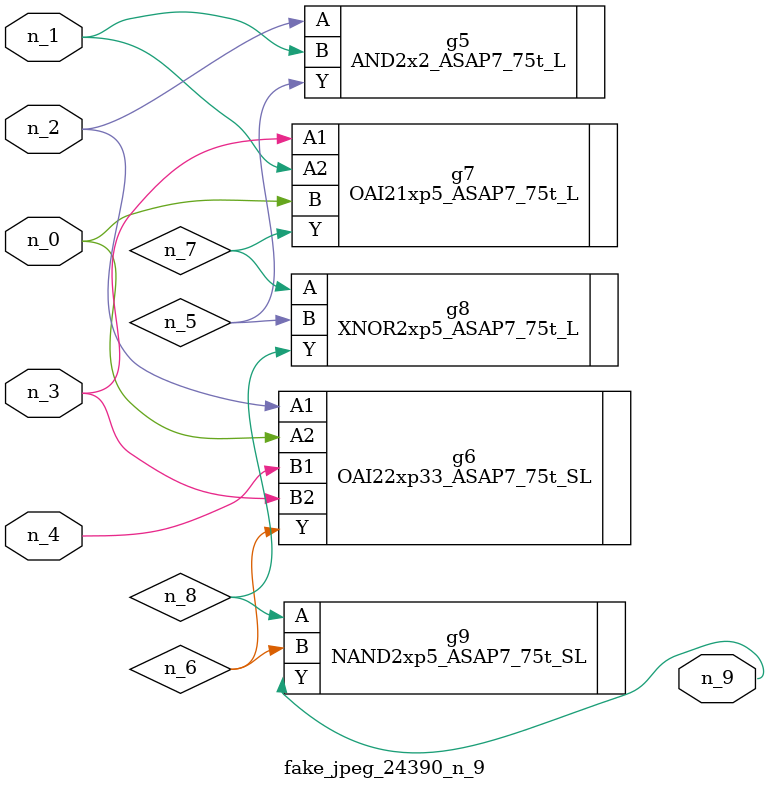
<source format=v>
module fake_jpeg_24390_n_9 (n_3, n_2, n_1, n_0, n_4, n_9);

input n_3;
input n_2;
input n_1;
input n_0;
input n_4;

output n_9;

wire n_8;
wire n_6;
wire n_5;
wire n_7;

AND2x2_ASAP7_75t_L g5 ( 
.A(n_2),
.B(n_1),
.Y(n_5)
);

OAI22xp33_ASAP7_75t_SL g6 ( 
.A1(n_2),
.A2(n_0),
.B1(n_4),
.B2(n_3),
.Y(n_6)
);

OAI21xp5_ASAP7_75t_L g7 ( 
.A1(n_3),
.A2(n_1),
.B(n_0),
.Y(n_7)
);

XNOR2xp5_ASAP7_75t_L g8 ( 
.A(n_7),
.B(n_5),
.Y(n_8)
);

NAND2xp5_ASAP7_75t_SL g9 ( 
.A(n_8),
.B(n_6),
.Y(n_9)
);


endmodule
</source>
